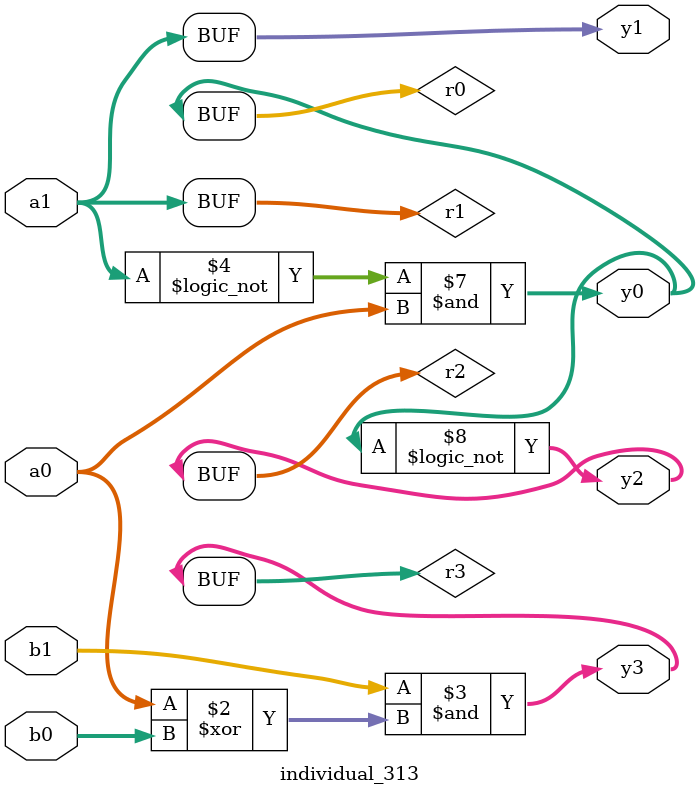
<source format=sv>
module individual_313(input logic [15:0] a1, input logic [15:0] a0, input logic [15:0] b1, input logic [15:0] b0, output logic [15:0] y3, output logic [15:0] y2, output logic [15:0] y1, output logic [15:0] y0);
logic [15:0] r0, r1, r2, r3; 
 always@(*) begin 
	 r0 = a0; r1 = a1; r2 = b0; r3 = b1; 
 	 r0  ^=  r2 ;
 	 r3  &=  r0 ;
 	 r0 = ! r1 ;
 	 r2 = ! r0 ;
 	 r2 = ! r2 ;
 	 r0  &=  a0 ;
 	 r2 = ! r0 ;
 	 y3 = r3; y2 = r2; y1 = r1; y0 = r0; 
end
endmodule
</source>
